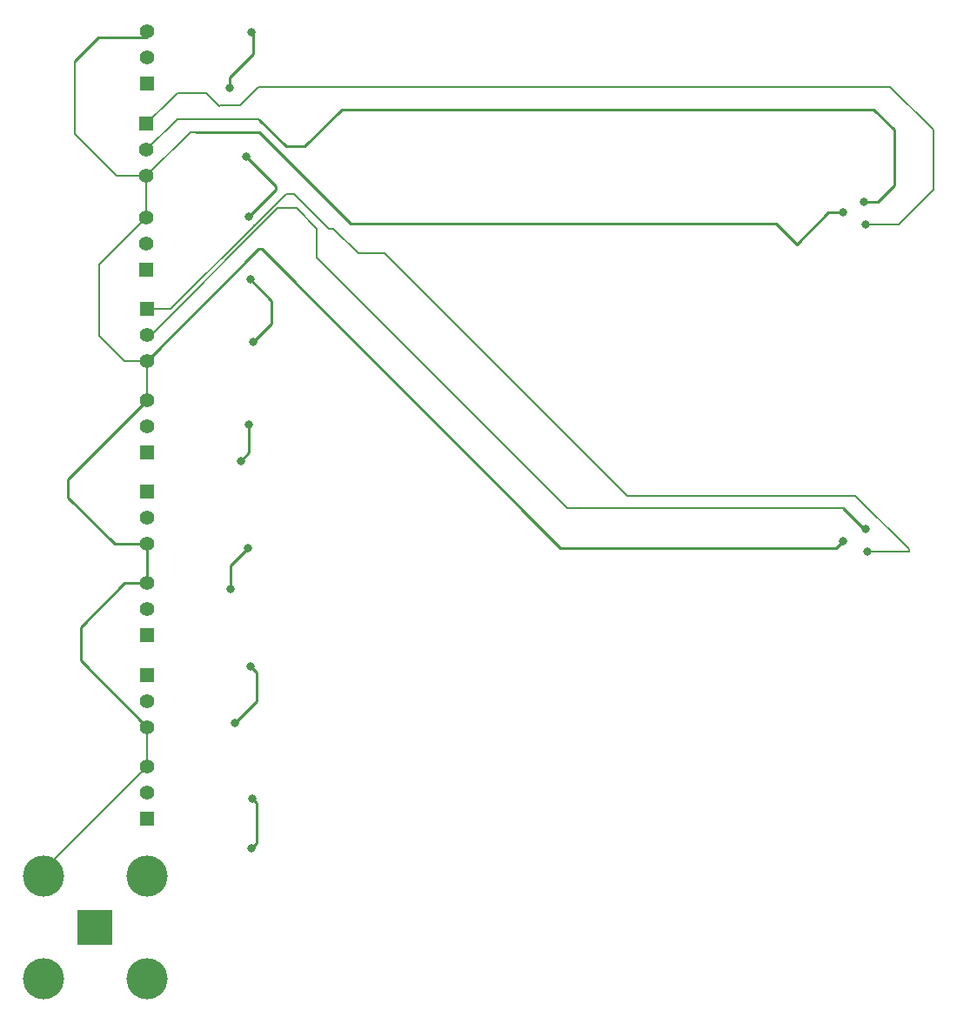
<source format=gbr>
%TF.GenerationSoftware,KiCad,Pcbnew,(6.0.8-1)-1*%
%TF.CreationDate,2022-11-08T16:38:45-05:00*%
%TF.ProjectId,Untitled,556e7469-746c-4656-942e-6b696361645f,rev?*%
%TF.SameCoordinates,Original*%
%TF.FileFunction,Copper,L2,Bot*%
%TF.FilePolarity,Positive*%
%FSLAX46Y46*%
G04 Gerber Fmt 4.6, Leading zero omitted, Abs format (unit mm)*
G04 Created by KiCad (PCBNEW (6.0.8-1)-1) date 2022-11-08 16:38:45*
%MOMM*%
%LPD*%
G01*
G04 APERTURE LIST*
%TA.AperFunction,ComponentPad*%
%ADD10R,1.397000X1.397000*%
%TD*%
%TA.AperFunction,ComponentPad*%
%ADD11C,1.397000*%
%TD*%
%TA.AperFunction,ComponentPad*%
%ADD12R,3.500000X3.500000*%
%TD*%
%TA.AperFunction,ComponentPad*%
%ADD13C,4.000000*%
%TD*%
%TA.AperFunction,ViaPad*%
%ADD14C,0.800000*%
%TD*%
%TA.AperFunction,Conductor*%
%ADD15C,0.200000*%
%TD*%
%TA.AperFunction,Conductor*%
%ADD16C,0.250000*%
%TD*%
G04 APERTURE END LIST*
D10*
%TO.P,REF\u002A\u002A,1*%
%TO.N,N/C*%
X59200000Y-59200000D03*
D11*
%TO.P,REF\u002A\u002A,2*%
X59200000Y-56660000D03*
%TO.P,REF\u002A\u002A,3*%
X59200000Y-54120000D03*
%TD*%
D12*
%TO.P,REF\u002A\u002A,1*%
%TO.N,N/C*%
X54200000Y-123200000D03*
D13*
%TO.P,REF\u002A\u002A,2*%
X59225000Y-128225000D03*
X59225000Y-118175000D03*
X49175000Y-118175000D03*
X49175000Y-128225000D03*
%TD*%
D10*
%TO.P,REF\u002A\u002A,1*%
%TO.N,N/C*%
X59250100Y-41100000D03*
D11*
%TO.P,REF\u002A\u002A,2*%
X59250100Y-38560000D03*
%TO.P,REF\u002A\u002A,3*%
X59250100Y-36020000D03*
%TD*%
D10*
%TO.P,REF\u002A\u002A,1*%
%TO.N,N/C*%
X59250100Y-76987500D03*
D11*
%TO.P,REF\u002A\u002A,2*%
X59250100Y-74447500D03*
%TO.P,REF\u002A\u002A,3*%
X59250100Y-71907500D03*
%TD*%
D10*
%TO.P,REF\u002A\u002A,1*%
%TO.N,N/C*%
X59250100Y-94787500D03*
D11*
%TO.P,REF\u002A\u002A,2*%
X59250100Y-92247500D03*
%TO.P,REF\u002A\u002A,3*%
X59250100Y-89707500D03*
%TD*%
D10*
%TO.P,REF\u002A\u002A,1*%
%TO.N,N/C*%
X59250100Y-112587500D03*
D11*
%TO.P,REF\u002A\u002A,2*%
X59250100Y-110047500D03*
%TO.P,REF\u002A\u002A,3*%
X59250100Y-107507500D03*
%TD*%
D10*
%TO.P,REF\u002A\u002A,1*%
%TO.N,N/C*%
X59250100Y-80812500D03*
D11*
%TO.P,REF\u002A\u002A,2*%
X59250100Y-83352500D03*
%TO.P,REF\u002A\u002A,3*%
X59250100Y-85892500D03*
%TD*%
D10*
%TO.P,REF\u002A\u002A,1*%
%TO.N,N/C*%
X59200000Y-45000000D03*
D11*
%TO.P,REF\u002A\u002A,2*%
X59200000Y-47540000D03*
%TO.P,REF\u002A\u002A,3*%
X59200000Y-50080000D03*
%TD*%
D10*
%TO.P,REF\u002A\u002A,1*%
%TO.N,N/C*%
X59250100Y-98612500D03*
D11*
%TO.P,REF\u002A\u002A,2*%
X59250100Y-101152500D03*
%TO.P,REF\u002A\u002A,3*%
X59250100Y-103692500D03*
%TD*%
D10*
%TO.P,REF\u002A\u002A,1*%
%TO.N,N/C*%
X59250100Y-63012500D03*
D11*
%TO.P,REF\u002A\u002A,2*%
X59250100Y-65552500D03*
%TO.P,REF\u002A\u002A,3*%
X59250100Y-68092500D03*
%TD*%
D14*
%TO.N,*%
X68900000Y-48200000D03*
X69200000Y-54000000D03*
X126980000Y-53620000D03*
X129380000Y-86620000D03*
X67400000Y-90300000D03*
X67300000Y-41500000D03*
X69100000Y-86300000D03*
X129200000Y-54800000D03*
X129180000Y-84420000D03*
X127000000Y-85600000D03*
X69200000Y-74300000D03*
X69600000Y-66251790D03*
X69400000Y-36100000D03*
X69300000Y-60100000D03*
X67800000Y-103300000D03*
X68400000Y-77800000D03*
X69500000Y-110700000D03*
X129000000Y-52600000D03*
X69400000Y-115510000D03*
X69300000Y-97800000D03*
%TD*%
D15*
%TO.N,*%
X73600000Y-51800000D02*
X72800000Y-51800000D01*
X128200000Y-81200000D02*
X106000000Y-81200000D01*
X82400000Y-57600000D02*
X79800000Y-57600000D01*
X133400000Y-86600000D02*
X133400000Y-86400000D01*
X133400000Y-86400000D02*
X128200000Y-81200000D01*
X129380000Y-86620000D02*
X133380000Y-86620000D01*
X77400000Y-55200000D02*
X77000000Y-55200000D01*
X77000000Y-55200000D02*
X73600000Y-51800000D01*
X106000000Y-81200000D02*
X82400000Y-57600000D01*
X79800000Y-57600000D02*
X77400000Y-55200000D01*
X133380000Y-86620000D02*
X133400000Y-86600000D01*
X72800000Y-51800000D02*
X70000000Y-54600000D01*
D16*
X67800000Y-103300000D02*
X69900000Y-101200000D01*
X69900000Y-101200000D02*
X69900000Y-98400000D01*
X69900000Y-98400000D02*
X69300000Y-97800000D01*
X67400000Y-90300000D02*
X67400000Y-88000000D01*
X67400000Y-88000000D02*
X69100000Y-86300000D01*
X69500000Y-110700000D02*
X69900000Y-111100000D01*
X69900000Y-111100000D02*
X69900000Y-115010000D01*
X69900000Y-115010000D02*
X69400000Y-115510000D01*
X69200000Y-77000000D02*
X69200000Y-74300000D01*
X68400000Y-77800000D02*
X69200000Y-77000000D01*
X67300000Y-40500000D02*
X69600000Y-38200000D01*
X67300000Y-41500000D02*
X67300000Y-40500000D01*
X69600000Y-38200000D02*
X69600000Y-36300000D01*
X69600000Y-36300000D02*
X69400000Y-36100000D01*
D15*
X61600000Y-42600000D02*
X62187500Y-42012500D01*
X66400000Y-43200000D02*
X68300000Y-43200000D01*
X65012500Y-42012500D02*
X66300000Y-43300000D01*
X135800000Y-45600000D02*
X135800000Y-51400000D01*
X66300000Y-43300000D02*
X66400000Y-43200000D01*
X62187500Y-42012500D02*
X65012500Y-42012500D01*
X132400000Y-54800000D02*
X129200000Y-54800000D01*
X68300000Y-43200000D02*
X70100000Y-41400000D01*
X70100000Y-41400000D02*
X131600000Y-41400000D01*
X131600000Y-41400000D02*
X135800000Y-45600000D01*
X135800000Y-51400000D02*
X132400000Y-54800000D01*
D16*
X69300000Y-60100000D02*
X71400000Y-62200000D01*
X71400000Y-62200000D02*
X71400000Y-64451790D01*
X71400000Y-64451790D02*
X69600000Y-66251790D01*
X68900000Y-48200000D02*
X71800000Y-51100000D01*
X71800000Y-51100000D02*
X71800000Y-51400000D01*
X71800000Y-51400000D02*
X69200000Y-54000000D01*
X126980000Y-53620000D02*
X126960000Y-53600000D01*
X72800000Y-47200000D02*
X70200000Y-44600000D01*
X70142600Y-57200000D02*
X59250100Y-68092500D01*
X74600000Y-47200000D02*
X72800000Y-47200000D01*
D15*
X57092500Y-68092500D02*
X59250100Y-68092500D01*
D16*
X70200000Y-45800000D02*
X64400000Y-45800000D01*
D15*
X61587500Y-63012500D02*
X59250100Y-63012500D01*
D16*
X126960000Y-53600000D02*
X125600000Y-53600000D01*
D15*
X72000000Y-53200000D02*
X59647500Y-65552500D01*
X59250100Y-68092500D02*
X59250100Y-71907500D01*
X52200000Y-38890000D02*
X52245000Y-38845000D01*
X59250100Y-107507500D02*
X49175000Y-117582600D01*
X61600000Y-42600000D02*
X59200000Y-45000000D01*
X73800000Y-53200000D02*
X72000000Y-53200000D01*
X54600000Y-58720000D02*
X54600000Y-65600000D01*
D16*
X99500000Y-86300000D02*
X70400000Y-57200000D01*
X129020000Y-84420000D02*
X127000000Y-82400000D01*
X59250100Y-85892500D02*
X59250100Y-89707500D01*
X59250100Y-85892500D02*
X56092500Y-85892500D01*
D15*
X70152500Y-44552500D02*
X70200000Y-44600000D01*
D16*
X56092500Y-85892500D02*
X51600000Y-81400000D01*
X70400000Y-57200000D02*
X70142600Y-57200000D01*
X99500000Y-86300000D02*
X126300000Y-86300000D01*
X51600000Y-79557600D02*
X59250100Y-71907500D01*
D15*
X75800000Y-55200000D02*
X73800000Y-53200000D01*
X75800000Y-58000000D02*
X75800000Y-55200000D01*
X59200000Y-54120000D02*
X54600000Y-58720000D01*
D16*
X52800000Y-94000000D02*
X52800000Y-97242400D01*
D15*
X70000000Y-54600000D02*
X61587500Y-63012500D01*
D16*
X132000000Y-45600000D02*
X130000000Y-43600000D01*
X126300000Y-86300000D02*
X127000000Y-85600000D01*
D15*
X63480000Y-45800000D02*
X64400000Y-45800000D01*
X61787500Y-42412500D02*
X61600000Y-42600000D01*
X59200000Y-50080000D02*
X56280000Y-50080000D01*
D16*
X57092500Y-89707500D02*
X52800000Y-94000000D01*
X125600000Y-53600000D02*
X122500000Y-56700000D01*
X59250100Y-89707500D02*
X57092500Y-89707500D01*
D15*
X54600000Y-65600000D02*
X57092500Y-68092500D01*
D16*
X79077466Y-54677466D02*
X70200000Y-45800000D01*
X78200000Y-43600000D02*
X74600000Y-47200000D01*
D15*
X62752500Y-44552500D02*
X70152500Y-44552500D01*
D16*
X129000000Y-52600000D02*
X130400000Y-52600000D01*
D15*
X56280000Y-50080000D02*
X52200000Y-46000000D01*
X59200000Y-47540000D02*
X62187500Y-44552500D01*
D16*
X52245000Y-38845000D02*
X54532494Y-36557506D01*
D15*
X59250100Y-103692500D02*
X59250100Y-107507500D01*
X70000000Y-54600000D02*
X69600000Y-55000000D01*
D16*
X129180000Y-84420000D02*
X129020000Y-84420000D01*
D15*
X100200000Y-82400000D02*
X75800000Y-58000000D01*
X62187500Y-44552500D02*
X62752500Y-44552500D01*
D16*
X130000000Y-43600000D02*
X78200000Y-43600000D01*
D15*
X127000000Y-82400000D02*
X100200000Y-82400000D01*
D16*
X54532494Y-36557506D02*
X59270100Y-36557506D01*
D15*
X59200000Y-50080000D02*
X63480000Y-45800000D01*
X52200000Y-46000000D02*
X52200000Y-38890000D01*
D16*
X52800000Y-97242400D02*
X59250100Y-103692500D01*
X51600000Y-81400000D02*
X51600000Y-79557600D01*
X130400000Y-52600000D02*
X132000000Y-51000000D01*
X132000000Y-51000000D02*
X132000000Y-45600000D01*
X120477466Y-54677466D02*
X79077466Y-54677466D01*
D15*
X49175000Y-117582600D02*
X49175000Y-118175000D01*
D16*
X122500000Y-56700000D02*
X120477466Y-54677466D01*
X64400000Y-45800000D02*
X64000000Y-45800000D01*
D15*
X59647500Y-65552500D02*
X59250100Y-65552500D01*
X59200000Y-54120000D02*
X59200000Y-50080000D01*
%TD*%
M02*

</source>
